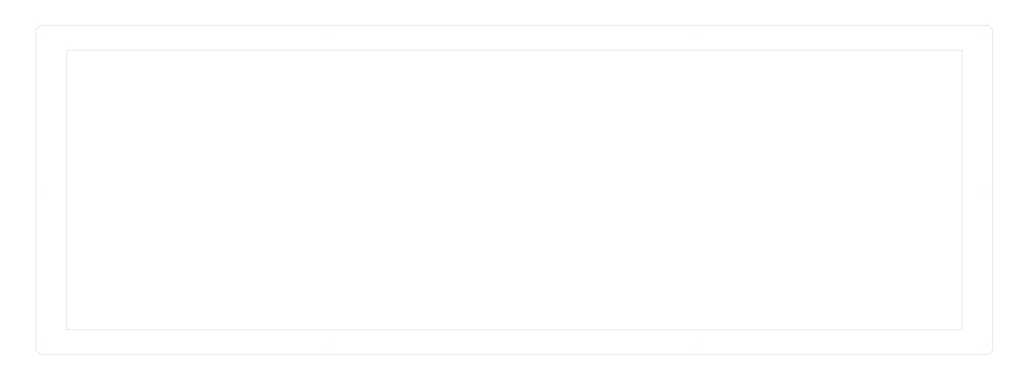
<source format=kicad_pcb>
(kicad_pcb (version 20171130) (host pcbnew "(5.1.10)-1")

  (general
    (thickness 1.6)
    (drawings 29)
    (tracks 0)
    (zones 0)
    (modules 10)
    (nets 1)
  )

  (page A3)
  (layers
    (0 F.Cu signal)
    (31 B.Cu signal)
    (32 B.Adhes user)
    (33 F.Adhes user)
    (34 B.Paste user)
    (35 F.Paste user)
    (36 B.SilkS user)
    (37 F.SilkS user)
    (38 B.Mask user)
    (39 F.Mask user)
    (40 Dwgs.User user)
    (41 Cmts.User user)
    (42 Eco1.User user)
    (43 Eco2.User user)
    (44 Edge.Cuts user)
    (45 Margin user)
    (46 B.CrtYd user)
    (47 F.CrtYd user)
    (48 B.Fab user)
    (49 F.Fab user)
  )

  (setup
    (last_trace_width 0.25)
    (user_trace_width 0.5)
    (user_trace_width 0.5)
    (trace_clearance 0.2)
    (zone_clearance 0.508)
    (zone_45_only no)
    (trace_min 0.2)
    (via_size 0.8)
    (via_drill 0.4)
    (via_min_size 0.4)
    (via_min_drill 0.3)
    (uvia_size 0.3)
    (uvia_drill 0.1)
    (uvias_allowed no)
    (uvia_min_size 0.2)
    (uvia_min_drill 0.1)
    (edge_width 0.1)
    (segment_width 0.2)
    (pcb_text_width 0.3)
    (pcb_text_size 1.5 1.5)
    (mod_edge_width 0.15)
    (mod_text_size 1 1)
    (mod_text_width 0.15)
    (pad_size 2.2 2.2)
    (pad_drill 2.2)
    (pad_to_mask_clearance 0)
    (aux_axis_origin 0 0)
    (visible_elements 7FFFFFFF)
    (pcbplotparams
      (layerselection 0x21000_7ffffffe)
      (usegerberextensions true)
      (usegerberattributes false)
      (usegerberadvancedattributes false)
      (creategerberjobfile false)
      (excludeedgelayer false)
      (linewidth 0.100000)
      (plotframeref false)
      (viasonmask false)
      (mode 1)
      (useauxorigin false)
      (hpglpennumber 1)
      (hpglpenspeed 20)
      (hpglpendiameter 15.000000)
      (psnegative false)
      (psa4output false)
      (plotreference true)
      (plotvalue true)
      (plotinvisibletext false)
      (padsonsilk false)
      (subtractmaskfromsilk false)
      (outputformat 4)
      (mirror false)
      (drillshape 0)
      (scaleselection 1)
      (outputdirectory "../../../../../Desktop/"))
  )

  (net 0 "")

  (net_class Default "これはデフォルトのネット クラスです。"
    (clearance 0.2)
    (trace_width 0.25)
    (via_dia 0.8)
    (via_drill 0.4)
    (uvia_dia 0.3)
    (uvia_drill 0.1)
  )

  (module kbd:HOLE_m2_Outline (layer F.Cu) (tedit 5DA73E67) (tstamp 60A2FDA6)
    (at 234.325 13.05)
    (descr "Mounting Hole 2.2mm, no annular, M2")
    (tags "mounting hole 2.2mm no annular m2")
    (path /629102E9)
    (attr virtual)
    (fp_text reference J12 (at 0 -3.2) (layer F.Fab) hide
      (effects (font (size 1 1) (thickness 0.15)))
    )
    (fp_text value Conn_01x01 (at 0 3.2) (layer F.Fab) hide
      (effects (font (size 1 1) (thickness 0.15)))
    )
    (fp_circle (center 0 0) (end 1.1 0) (layer Edge.Cuts) (width 0.01))
    (fp_text user %R (at 0.3 0) (layer F.Fab) hide
      (effects (font (size 1 1) (thickness 0.15)))
    )
  )

  (module kbd:HOLE_m2_Outline (layer F.Cu) (tedit 5DA73E67) (tstamp 60A2FDA0)
    (at 108.575 13.05)
    (descr "Mounting Hole 2.2mm, no annular, M2")
    (tags "mounting hole 2.2mm no annular m2")
    (path /64540392)
    (attr virtual)
    (fp_text reference J11 (at 0 -3.2) (layer F.Fab) hide
      (effects (font (size 1 1) (thickness 0.15)))
    )
    (fp_text value Conn_01x01 (at 0 3.2) (layer F.Fab) hide
      (effects (font (size 1 1) (thickness 0.15)))
    )
    (fp_circle (center 0 0) (end 1.1 0) (layer Edge.Cuts) (width 0.01))
    (fp_text user %R (at 0.3 0) (layer F.Fab) hide
      (effects (font (size 1 1) (thickness 0.15)))
    )
  )

  (module kbd:HOLE_m2_Outline (layer F.Cu) (tedit 5DA73E67) (tstamp 60A2FD8E)
    (at 11.075 13.05)
    (descr "Mounting Hole 2.2mm, no annular, M2")
    (tags "mounting hole 2.2mm no annular m2")
    (path /629E70F1)
    (attr virtual)
    (fp_text reference J8 (at 0 -3.2) (layer F.Fab) hide
      (effects (font (size 1 1) (thickness 0.15)))
    )
    (fp_text value Conn_01x01 (at 0 3.2) (layer F.Fab) hide
      (effects (font (size 1 1) (thickness 0.15)))
    )
    (fp_circle (center 0 0) (end 1.1 0) (layer Edge.Cuts) (width 0.01))
    (fp_text user %R (at 0.3 0) (layer F.Fab) hide
      (effects (font (size 1 1) (thickness 0.15)))
    )
  )

  (module kbd:HOLE_m2_Outline (layer F.Cu) (tedit 5DA73E67) (tstamp 60A2FD94)
    (at 11.075 66.65)
    (descr "Mounting Hole 2.2mm, no annular, M2")
    (tags "mounting hole 2.2mm no annular m2")
    (path /629E7105)
    (attr virtual)
    (fp_text reference J9 (at 0 -3.2) (layer F.Fab) hide
      (effects (font (size 1 1) (thickness 0.15)))
    )
    (fp_text value Conn_01x01 (at 0 3.2) (layer F.Fab) hide
      (effects (font (size 1 1) (thickness 0.15)))
    )
    (fp_circle (center 0 0) (end 1.1 0) (layer Edge.Cuts) (width 0.01))
    (fp_text user %R (at 0.3 0) (layer F.Fab) hide
      (effects (font (size 1 1) (thickness 0.15)))
    )
  )

  (module kbd:HOLE_m2_Outline (layer F.Cu) (tedit 5DA73E67) (tstamp 60A2FD9A)
    (at 11.075 120.25)
    (descr "Mounting Hole 2.2mm, no annular, M2")
    (tags "mounting hole 2.2mm no annular m2")
    (path /6454037E)
    (attr virtual)
    (fp_text reference J10 (at 0 -3.2) (layer F.Fab) hide
      (effects (font (size 1 1) (thickness 0.15)))
    )
    (fp_text value Conn_01x01 (at 0 3.2) (layer F.Fab) hide
      (effects (font (size 1 1) (thickness 0.15)))
    )
    (fp_circle (center 0 0) (end 1.1 0) (layer Edge.Cuts) (width 0.01))
    (fp_text user %R (at 0.3 0) (layer F.Fab) hide
      (effects (font (size 1 1) (thickness 0.15)))
    )
  )

  (module kbd:HOLE_m2_Outline (layer F.Cu) (tedit 5DA73E67) (tstamp 60A2FDB2)
    (at 234.325 120.25)
    (descr "Mounting Hole 2.2mm, no annular, M2")
    (tags "mounting hole 2.2mm no annular m2")
    (path /5CC48CD6)
    (attr virtual)
    (fp_text reference J14 (at 0 -3.2) (layer F.Fab) hide
      (effects (font (size 1 1) (thickness 0.15)))
    )
    (fp_text value Conn_01x01 (at 0 3.2) (layer F.Fab) hide
      (effects (font (size 1 1) (thickness 0.15)))
    )
    (fp_circle (center 0 0) (end 1.1 0) (layer Edge.Cuts) (width 0.01))
    (fp_text user %R (at 0.3 0) (layer F.Fab) hide
      (effects (font (size 1 1) (thickness 0.15)))
    )
  )

  (module kbd:HOLE_m2_Outline (layer F.Cu) (tedit 5DA73E67) (tstamp 60A2FDB8)
    (at 331.825 13.05)
    (descr "Mounting Hole 2.2mm, no annular, M2")
    (tags "mounting hole 2.2mm no annular m2")
    (path /5CC9EE7D)
    (attr virtual)
    (fp_text reference J15 (at 0 -3.2) (layer F.Fab) hide
      (effects (font (size 1 1) (thickness 0.15)))
    )
    (fp_text value Conn_01x01 (at 0 3.2) (layer F.Fab) hide
      (effects (font (size 1 1) (thickness 0.15)))
    )
    (fp_circle (center 0 0) (end 1.1 0) (layer Edge.Cuts) (width 0.01))
    (fp_text user %R (at 0.3 0) (layer F.Fab) hide
      (effects (font (size 1 1) (thickness 0.15)))
    )
  )

  (module kbd:HOLE_m2_Outline (layer F.Cu) (tedit 5DA73E67) (tstamp 60A2FDBE)
    (at 331.825 66.65)
    (descr "Mounting Hole 2.2mm, no annular, M2")
    (tags "mounting hole 2.2mm no annular m2")
    (path /629E70E7)
    (attr virtual)
    (fp_text reference J16 (at 0 -3.2) (layer F.Fab) hide
      (effects (font (size 1 1) (thickness 0.15)))
    )
    (fp_text value Conn_01x01 (at 0 3.2) (layer F.Fab) hide
      (effects (font (size 1 1) (thickness 0.15)))
    )
    (fp_circle (center 0 0) (end 1.1 0) (layer Edge.Cuts) (width 0.01))
    (fp_text user %R (at 0.3 0) (layer F.Fab) hide
      (effects (font (size 1 1) (thickness 0.15)))
    )
  )

  (module kbd:HOLE_m2_Outline (layer F.Cu) (tedit 5DA73E67) (tstamp 60A2FDC4)
    (at 331.825 120.25)
    (descr "Mounting Hole 2.2mm, no annular, M2")
    (tags "mounting hole 2.2mm no annular m2")
    (path /629E70FB)
    (attr virtual)
    (fp_text reference J17 (at 0 -3.2) (layer F.Fab) hide
      (effects (font (size 1 1) (thickness 0.15)))
    )
    (fp_text value Conn_01x01 (at 0 3.2) (layer F.Fab) hide
      (effects (font (size 1 1) (thickness 0.15)))
    )
    (fp_circle (center 0 0) (end 1.1 0) (layer Edge.Cuts) (width 0.01))
    (fp_text user %R (at 0.3 0) (layer F.Fab) hide
      (effects (font (size 1 1) (thickness 0.15)))
    )
  )

  (module kbd:HOLE_m2_Outline (layer F.Cu) (tedit 5DA73E67) (tstamp 60A2FDAC)
    (at 108.575 120.25)
    (descr "Mounting Hole 2.2mm, no annular, M2")
    (tags "mounting hole 2.2mm no annular m2")
    (path /629102FD)
    (attr virtual)
    (fp_text reference J13 (at 0 -3.2) (layer F.Fab) hide
      (effects (font (size 1 1) (thickness 0.15)))
    )
    (fp_text value Conn_01x01 (at 0 3.2) (layer F.Fab) hide
      (effects (font (size 1 1) (thickness 0.15)))
    )
    (fp_circle (center 0 0) (end 1.1 0) (layer Edge.Cuts) (width 0.01))
    (fp_text user %R (at 0.3 0) (layer F.Fab) hide
      (effects (font (size 1 1) (thickness 0.15)))
    )
  )

  (dimension 2.495 (width 0.15) (layer F.Fab)
    (gr_text "2.495 mm" (at 9.8275 105.93) (layer F.Fab)
      (effects (font (size 1 1) (thickness 0.15)))
    )
    (feature1 (pts (xy 8.58 120.25) (xy 8.58 106.643579)))
    (feature2 (pts (xy 11.075 120.25) (xy 11.075 106.643579)))
    (crossbar (pts (xy 11.075 107.23) (xy 8.58 107.23)))
    (arrow1a (pts (xy 8.58 107.23) (xy 9.706504 106.643579)))
    (arrow1b (pts (xy 8.58 107.23) (xy 9.706504 107.816421)))
    (arrow2a (pts (xy 11.075 107.23) (xy 9.948496 106.643579)))
    (arrow2b (pts (xy 11.075 107.23) (xy 9.948496 107.816421)))
  )
  (dimension 2.50502 (width 0.15) (layer F.Fab)
    (gr_text "2.505 mm" (at 333.020178 105.885977 0.2287244517) (layer F.Fab)
      (effects (font (size 1 1) (thickness 0.15)))
    )
    (feature1 (pts (xy 334.33 120.24) (xy 334.275527 106.594551)))
    (feature2 (pts (xy 331.825 120.25) (xy 331.770527 106.604551)))
    (crossbar (pts (xy 331.772868 107.190967) (xy 334.277868 107.180967)))
    (arrow1a (pts (xy 334.277868 107.180967) (xy 333.153714 107.77188)))
    (arrow1b (pts (xy 334.277868 107.180967) (xy 333.149032 106.599048)))
    (arrow2a (pts (xy 331.772868 107.190967) (xy 332.901704 107.772886)))
    (arrow2b (pts (xy 331.772868 107.190967) (xy 332.897022 106.600054)))
  )
  (dimension 2.500005 (width 0.15) (layer F.Fab)
    (gr_text "2.500 mm" (at 322.551835 121.481459 89.88540859) (layer F.Fab)
      (effects (font (size 1 1) (thickness 0.15)))
    )
    (feature1 (pts (xy 331.82 122.75) (xy 323.262912 122.732886)))
    (feature2 (pts (xy 331.825 120.25) (xy 323.267912 120.232886)))
    (crossbar (pts (xy 323.854332 120.234059) (xy 323.849332 122.734059)))
    (arrow1a (pts (xy 323.849332 122.734059) (xy 323.265165 121.606385)))
    (arrow1b (pts (xy 323.849332 122.734059) (xy 324.438005 121.60873)))
    (arrow2a (pts (xy 323.854332 120.234059) (xy 323.265659 121.359388)))
    (arrow2b (pts (xy 323.854332 120.234059) (xy 324.438499 121.361733)))
  )
  (dimension 2.500005 (width 0.15) (layer F.Fab)
    (gr_text "2.500 mm" (at 315.437984 11.767221 89.88540859) (layer F.Fab)
      (effects (font (size 1 1) (thickness 0.15)))
    )
    (feature1 (pts (xy 331.83 10.55) (xy 316.154062 10.518648)))
    (feature2 (pts (xy 331.825 13.05) (xy 316.149062 13.018648)))
    (crossbar (pts (xy 316.735481 13.019821) (xy 316.740481 10.519821)))
    (arrow1a (pts (xy 316.740481 10.519821) (xy 317.324648 11.647495)))
    (arrow1b (pts (xy 316.740481 10.519821) (xy 316.151808 11.64515)))
    (arrow2a (pts (xy 316.735481 13.019821) (xy 317.324154 11.894492)))
    (arrow2b (pts (xy 316.735481 13.019821) (xy 316.151314 11.892147)))
  )
  (dimension 97.5 (width 0.15) (layer F.Fab)
    (gr_text "97.500 mm" (at 59.825 105.85625) (layer F.Fab)
      (effects (font (size 1 1) (thickness 0.15)))
    )
    (feature1 (pts (xy 108.575 120.25) (xy 108.575 106.569829)))
    (feature2 (pts (xy 11.075 120.25) (xy 11.075 106.569829)))
    (crossbar (pts (xy 11.075 107.15625) (xy 108.575 107.15625)))
    (arrow1a (pts (xy 108.575 107.15625) (xy 107.448496 107.742671)))
    (arrow1b (pts (xy 108.575 107.15625) (xy 107.448496 106.569829)))
    (arrow2a (pts (xy 11.075 107.15625) (xy 12.201504 107.742671)))
    (arrow2b (pts (xy 11.075 107.15625) (xy 12.201504 106.569829)))
  )
  (dimension 125.75 (width 0.15) (layer F.Fab)
    (gr_text "125.750 mm" (at 171.45 105.856251) (layer F.Fab)
      (effects (font (size 1 1) (thickness 0.15)))
    )
    (feature1 (pts (xy 234.325 120.25) (xy 234.325 106.56983)))
    (feature2 (pts (xy 108.575 120.25) (xy 108.575 106.56983)))
    (crossbar (pts (xy 108.575 107.156251) (xy 234.325 107.156251)))
    (arrow1a (pts (xy 234.325 107.156251) (xy 233.198496 107.742672)))
    (arrow1b (pts (xy 234.325 107.156251) (xy 233.198496 106.56983)))
    (arrow2a (pts (xy 108.575 107.156251) (xy 109.701504 107.742672)))
    (arrow2b (pts (xy 108.575 107.156251) (xy 109.701504 106.56983)))
  )
  (dimension 97.5 (width 0.15) (layer F.Fab)
    (gr_text "97.500 mm" (at 283.075 105.856251) (layer F.Fab)
      (effects (font (size 1 1) (thickness 0.15)))
    )
    (feature1 (pts (xy 234.325 120.25) (xy 234.325 106.56983)))
    (feature2 (pts (xy 331.825 120.25) (xy 331.825 106.56983)))
    (crossbar (pts (xy 331.825 107.156251) (xy 234.325 107.156251)))
    (arrow1a (pts (xy 234.325 107.156251) (xy 235.451504 106.56983)))
    (arrow1b (pts (xy 234.325 107.156251) (xy 235.451504 107.742672)))
    (arrow2a (pts (xy 331.825 107.156251) (xy 330.698496 106.56983)))
    (arrow2b (pts (xy 331.825 107.156251) (xy 330.698496 107.742672)))
  )
  (dimension 53.6 (width 0.15) (layer F.Fab)
    (gr_text "53.600 mm" (at 315.40625 93.45 270) (layer F.Fab)
      (effects (font (size 1 1) (thickness 0.15)))
    )
    (feature1 (pts (xy 331.825 120.25) (xy 316.119829 120.25)))
    (feature2 (pts (xy 331.825 66.65) (xy 316.119829 66.65)))
    (crossbar (pts (xy 316.70625 66.65) (xy 316.70625 120.25)))
    (arrow1a (pts (xy 316.70625 120.25) (xy 316.119829 119.123496)))
    (arrow1b (pts (xy 316.70625 120.25) (xy 317.292671 119.123496)))
    (arrow2a (pts (xy 316.70625 66.65) (xy 316.119829 67.776504)))
    (arrow2b (pts (xy 316.70625 66.65) (xy 317.292671 67.776504)))
  )
  (dimension 53.6 (width 0.15) (layer F.Fab)
    (gr_text "53.600 mm" (at 315.40625 39.85 270) (layer F.Fab)
      (effects (font (size 1 1) (thickness 0.15)))
    )
    (feature1 (pts (xy 331.825 66.65) (xy 316.119829 66.65)))
    (feature2 (pts (xy 331.825 13.05) (xy 316.119829 13.05)))
    (crossbar (pts (xy 316.70625 13.05) (xy 316.70625 66.65)))
    (arrow1a (pts (xy 316.70625 66.65) (xy 316.119829 65.523496)))
    (arrow1b (pts (xy 316.70625 66.65) (xy 317.292671 65.523496)))
    (arrow2a (pts (xy 316.70625 13.05) (xy 316.119829 14.176504)))
    (arrow2b (pts (xy 316.70625 13.05) (xy 317.292671 14.176504)))
  )
  (dimension 10.475 (width 0.15) (layer F.Fab)
    (gr_text "10.475 mm" (at 13.8125 130.075) (layer F.Fab)
      (effects (font (size 1 1) (thickness 0.15)))
    )
    (feature1 (pts (xy 8.575 114.3) (xy 8.575 129.361421)))
    (feature2 (pts (xy 19.05 114.3) (xy 19.05 129.361421)))
    (crossbar (pts (xy 19.05 128.775) (xy 8.575 128.775)))
    (arrow1a (pts (xy 8.575 128.775) (xy 9.701504 128.188579)))
    (arrow1b (pts (xy 8.575 128.775) (xy 9.701504 129.361421)))
    (arrow2a (pts (xy 19.05 128.775) (xy 17.923496 128.188579)))
    (arrow2b (pts (xy 19.05 128.775) (xy 17.923496 129.361421)))
  )
  (dimension 304.8 (width 0.15) (layer F.Fab)
    (gr_text "304.800 mm" (at 171.45 130.075) (layer F.Fab)
      (effects (font (size 1 1) (thickness 0.15)))
    )
    (feature1 (pts (xy 19.05 114.3) (xy 19.05 129.361421)))
    (feature2 (pts (xy 323.85 114.3) (xy 323.85 129.361421)))
    (crossbar (pts (xy 323.85 128.775) (xy 19.05 128.775)))
    (arrow1a (pts (xy 19.05 128.775) (xy 20.176504 128.188579)))
    (arrow1b (pts (xy 19.05 128.775) (xy 20.176504 129.361421)))
    (arrow2a (pts (xy 323.85 128.775) (xy 322.723496 128.188579)))
    (arrow2b (pts (xy 323.85 128.775) (xy 322.723496 129.361421)))
  )
  (dimension 10.475 (width 0.15) (layer F.Fab)
    (gr_text "10.475 mm" (at 329.0875 130.05) (layer F.Fab)
      (effects (font (size 1 1) (thickness 0.15)))
    )
    (feature1 (pts (xy 334.325 114.3) (xy 334.325 129.336421)))
    (feature2 (pts (xy 323.85 114.3) (xy 323.85 129.336421)))
    (crossbar (pts (xy 323.85 128.75) (xy 334.325 128.75)))
    (arrow1a (pts (xy 334.325 128.75) (xy 333.198496 129.336421)))
    (arrow1b (pts (xy 334.325 128.75) (xy 333.198496 128.163579)))
    (arrow2a (pts (xy 323.85 128.75) (xy 324.976504 129.336421)))
    (arrow2b (pts (xy 323.85 128.75) (xy 324.976504 128.163579)))
  )
  (dimension 8.45 (width 0.15) (layer F.Fab)
    (gr_text "8.450 mm" (at 343.55 118.525 270) (layer F.Fab)
      (effects (font (size 1 1) (thickness 0.15)))
    )
    (feature1 (pts (xy 323.85 122.75) (xy 342.836421 122.75)))
    (feature2 (pts (xy 323.85 114.3) (xy 342.836421 114.3)))
    (crossbar (pts (xy 342.25 114.3) (xy 342.25 122.75)))
    (arrow1a (pts (xy 342.25 122.75) (xy 341.663579 121.623496)))
    (arrow1b (pts (xy 342.25 122.75) (xy 342.836421 121.623496)))
    (arrow2a (pts (xy 342.25 114.3) (xy 341.663579 115.426504)))
    (arrow2b (pts (xy 342.25 114.3) (xy 342.836421 115.426504)))
  )
  (dimension 95.25 (width 0.15) (layer F.Fab)
    (gr_text "95.250 mm" (at 343.6 66.675 270) (layer F.Fab)
      (effects (font (size 1 1) (thickness 0.15)))
    )
    (feature1 (pts (xy 323.85 114.3) (xy 342.886421 114.3)))
    (feature2 (pts (xy 323.85 19.05) (xy 342.886421 19.05)))
    (crossbar (pts (xy 342.3 19.05) (xy 342.3 114.3)))
    (arrow1a (pts (xy 342.3 114.3) (xy 341.713579 113.173496)))
    (arrow1b (pts (xy 342.3 114.3) (xy 342.886421 113.173496)))
    (arrow2a (pts (xy 342.3 19.05) (xy 341.713579 20.176504)))
    (arrow2b (pts (xy 342.3 19.05) (xy 342.886421 20.176504)))
  )
  (dimension 8.5 (width 0.15) (layer F.Fab)
    (gr_text "8.500 mm" (at 343.4 14.8 90) (layer F.Fab)
      (effects (font (size 1 1) (thickness 0.15)))
    )
    (feature1 (pts (xy 323.85 10.55) (xy 342.686421 10.55)))
    (feature2 (pts (xy 323.85 19.05) (xy 342.686421 19.05)))
    (crossbar (pts (xy 342.1 19.05) (xy 342.1 10.55)))
    (arrow1a (pts (xy 342.1 10.55) (xy 342.686421 11.676504)))
    (arrow1b (pts (xy 342.1 10.55) (xy 341.513579 11.676504)))
    (arrow2a (pts (xy 342.1 19.05) (xy 342.686421 17.923496)))
    (arrow2b (pts (xy 342.1 19.05) (xy 341.513579 17.923496)))
  )
  (dimension 112.2 (width 0.15) (layer F.Fab)
    (gr_text "112.200 mm" (at 0 66.65 270) (layer F.Fab)
      (effects (font (size 1 1) (thickness 0.15)))
    )
    (feature1 (pts (xy 10.075 122.75) (xy 0.713579 122.75)))
    (feature2 (pts (xy 10.075 10.55) (xy 0.713579 10.55)))
    (crossbar (pts (xy 1.3 10.55) (xy 1.3 122.75)))
    (arrow1a (pts (xy 1.3 122.75) (xy 0.713579 121.623496)))
    (arrow1b (pts (xy 1.3 122.75) (xy 1.886421 121.623496)))
    (arrow2a (pts (xy 1.3 10.55) (xy 0.713579 11.676504)))
    (arrow2b (pts (xy 1.3 10.55) (xy 1.886421 11.676504)))
  )
  (dimension 325.75 (width 0.15) (layer F.Fab)
    (gr_text "325.750 mm" (at 171.45 2.6) (layer F.Fab)
      (effects (font (size 1 1) (thickness 0.15)))
    )
    (feature1 (pts (xy 8.575 12.05) (xy 8.575 3.313579)))
    (feature2 (pts (xy 334.325 12.05) (xy 334.325 3.313579)))
    (crossbar (pts (xy 334.325 3.9) (xy 8.575 3.9)))
    (arrow1a (pts (xy 8.575 3.9) (xy 9.701504 3.313579)))
    (arrow1b (pts (xy 8.575 3.9) (xy 9.701504 4.486421)))
    (arrow2a (pts (xy 334.325 3.9) (xy 333.198496 3.313579)))
    (arrow2b (pts (xy 334.325 3.9) (xy 333.198496 4.486421)))
  )
  (gr_line (start 19.05 114.3) (end 323.85 114.3) (layer Edge.Cuts) (width 0.15))
  (gr_line (start 19.05 19.05) (end 19.05 114.3) (layer Edge.Cuts) (width 0.15))
  (gr_line (start 323.85 19.05) (end 19.05 19.05) (layer Edge.Cuts) (width 0.15))
  (gr_line (start 323.85 114.3) (end 323.85 19.05) (layer Edge.Cuts) (width 0.15))
  (gr_line (start 10.075 122.75) (end 8.575 121.25) (layer Edge.Cuts) (width 0.15) (tstamp 60883451))
  (gr_line (start 334.325 12.05) (end 332.825 10.55) (layer Edge.Cuts) (width 0.15) (tstamp 60883444))
  (gr_line (start 8.575 12.05) (end 10.075 10.55) (layer Edge.Cuts) (width 0.15) (tstamp 60883437))
  (gr_line (start 332.825 122.75) (end 334.325 121.25) (layer Edge.Cuts) (width 0.15))
  (gr_line (start 10.075 122.75) (end 332.825 122.75) (layer Edge.Cuts) (width 0.15))
  (gr_line (start 8.575 12.05) (end 8.575 121.25) (layer Edge.Cuts) (width 0.15))
  (gr_line (start 332.825 10.55) (end 10.075 10.55) (layer Edge.Cuts) (width 0.15))
  (gr_line (start 334.325 121.25) (end 334.325 12.05) (layer Edge.Cuts) (width 0.15))

)

</source>
